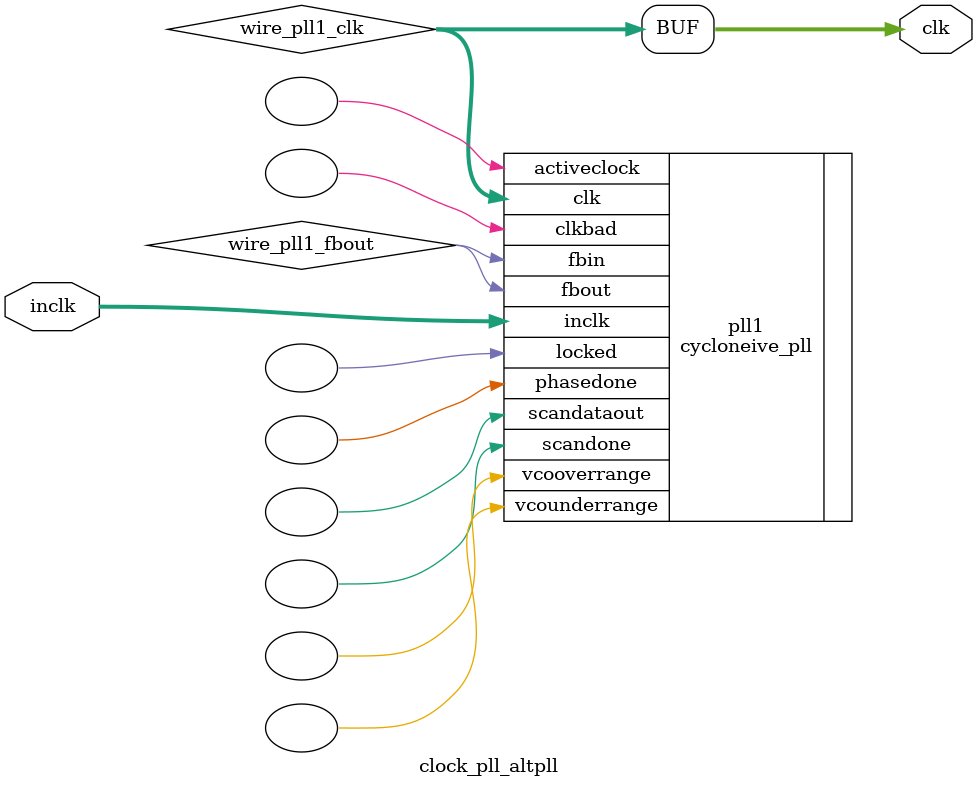
<source format=v>






//synthesis_resources = cycloneive_pll 1 
//synopsys translate_off
`timescale 1 ps / 1 ps
//synopsys translate_on
module  clock_pll_altpll
	( 
	clk,
	inclk) /* synthesis synthesis_clearbox=1 */;
	output   [4:0]  clk;
	input   [1:0]  inclk;
`ifndef ALTERA_RESERVED_QIS
// synopsys translate_off
`endif
	tri0   [1:0]  inclk;
`ifndef ALTERA_RESERVED_QIS
// synopsys translate_on
`endif

	wire  [4:0]   wire_pll1_clk;
	wire  wire_pll1_fbout;

	cycloneive_pll   pll1
	( 
	.activeclock(),
	.clk(wire_pll1_clk),
	.clkbad(),
	.fbin(wire_pll1_fbout),
	.fbout(wire_pll1_fbout),
	.inclk(inclk),
	.locked(),
	.phasedone(),
	.scandataout(),
	.scandone(),
	.vcooverrange(),
	.vcounderrange()
	`ifndef FORMAL_VERIFICATION
	// synopsys translate_off
	`endif
	,
	.areset(1'b0),
	.clkswitch(1'b0),
	.configupdate(1'b0),
	.pfdena(1'b1),
	.phasecounterselect({3{1'b0}}),
	.phasestep(1'b0),
	.phaseupdown(1'b0),
	.scanclk(1'b0),
	.scanclkena(1'b1),
	.scandata(1'b0)
	`ifndef FORMAL_VERIFICATION
	// synopsys translate_on
	`endif
	);
	defparam
		pll1.bandwidth_type = "auto",
		pll1.clk0_divide_by = 1,
		pll1.clk0_duty_cycle = 50,
		pll1.clk0_multiply_by = 1,
		pll1.clk0_phase_shift = "0",
		pll1.compensate_clock = "clk0",
		pll1.inclk0_input_frequency = 20000,
		pll1.operation_mode = "normal",
		pll1.pll_type = "auto",
		pll1.lpm_type = "cycloneive_pll";
	assign
		clk = {wire_pll1_clk[4:0]};
endmodule //clock_pll_altpll
//VALID FILE

</source>
